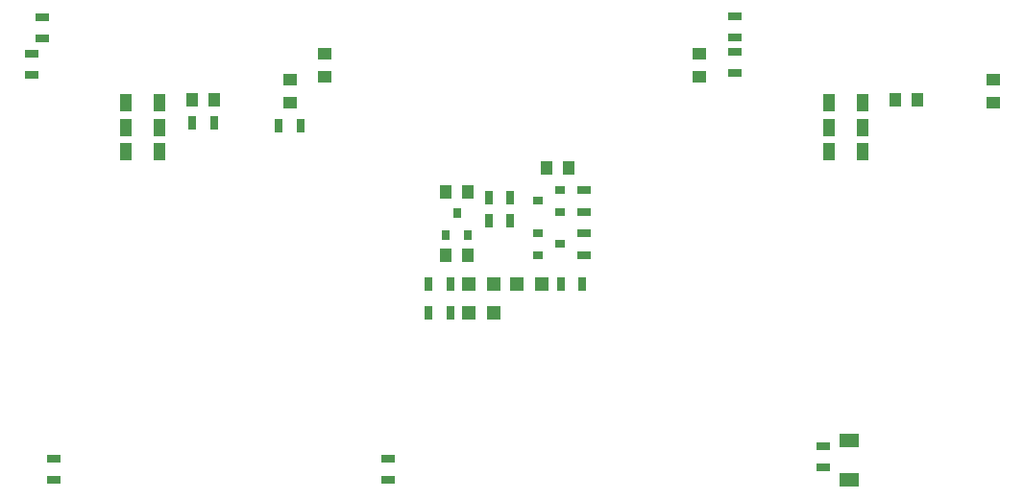
<source format=gbr>
G04 #@! TF.GenerationSoftware,KiCad,Pcbnew,5.1.5+dfsg1-2build2*
G04 #@! TF.CreationDate,2021-11-20T23:12:37+10:30*
G04 #@! TF.ProjectId,tda7293,74646137-3239-4332-9e6b-696361645f70,rev?*
G04 #@! TF.SameCoordinates,Original*
G04 #@! TF.FileFunction,Paste,Top*
G04 #@! TF.FilePolarity,Positive*
%FSLAX46Y46*%
G04 Gerber Fmt 4.6, Leading zero omitted, Abs format (unit mm)*
G04 Created by KiCad (PCBNEW 5.1.5+dfsg1-2build2) date 2021-11-20 23:12:37*
%MOMM*%
%LPD*%
G04 APERTURE LIST*
%ADD10R,0.700000X1.300000*%
%ADD11R,1.200000X1.200000*%
%ADD12R,1.000000X1.600000*%
%ADD13R,1.250000X1.000000*%
%ADD14R,1.000000X1.250000*%
%ADD15R,1.700000X1.300000*%
%ADD16R,0.900000X0.800000*%
%ADD17R,1.300000X0.700000*%
%ADD18R,0.800000X0.900000*%
G04 APERTURE END LIST*
D10*
X54422000Y-38608000D03*
X56322000Y-38608000D03*
X46802000Y-38354000D03*
X48702000Y-38354000D03*
X69530000Y-55118000D03*
X67630000Y-55118000D03*
D11*
X73320000Y-55118000D03*
X71120000Y-55118000D03*
D10*
X69530000Y-52578000D03*
X67630000Y-52578000D03*
X79248000Y-52578000D03*
X81148000Y-52578000D03*
D11*
X73354000Y-52578000D03*
X71154000Y-52578000D03*
X75410000Y-52578000D03*
X77610000Y-52578000D03*
D12*
X105894000Y-40894000D03*
X102894000Y-40894000D03*
X105894000Y-38735000D03*
X102894000Y-38735000D03*
X105894000Y-36576000D03*
X102894000Y-36576000D03*
X43918000Y-40894000D03*
X40918000Y-40894000D03*
X43918000Y-38735000D03*
X40918000Y-38735000D03*
X43918000Y-36576000D03*
X40918000Y-36576000D03*
D13*
X58420000Y-32274000D03*
X58420000Y-34274000D03*
X91440000Y-34274000D03*
X91440000Y-32274000D03*
D14*
X79994000Y-42291000D03*
X77994000Y-42291000D03*
X46752000Y-36322000D03*
X48752000Y-36322000D03*
X110728000Y-36322000D03*
X108728000Y-36322000D03*
X71104000Y-50054000D03*
X69104000Y-50054000D03*
X69104000Y-44466000D03*
X71104000Y-44466000D03*
D13*
X55372000Y-34560000D03*
X55372000Y-36560000D03*
X117348000Y-34560000D03*
X117348000Y-36560000D03*
D15*
X104648000Y-69822000D03*
X104648000Y-66322000D03*
D16*
X77232000Y-45228000D03*
X79232000Y-44278000D03*
X79232000Y-46178000D03*
X77232000Y-48088000D03*
X77232000Y-49988000D03*
X79232000Y-49038000D03*
D17*
X33528000Y-30922000D03*
X33528000Y-29022000D03*
X32639000Y-34097000D03*
X32639000Y-32197000D03*
X34544000Y-67945000D03*
X34544000Y-69845000D03*
X94615000Y-28895000D03*
X94615000Y-30795000D03*
X94615000Y-32070000D03*
X94615000Y-33970000D03*
D10*
X74798000Y-44974000D03*
X72898000Y-44974000D03*
D17*
X64008000Y-69845000D03*
X64008000Y-67945000D03*
X81280000Y-44278000D03*
X81280000Y-46178000D03*
X81280000Y-49988000D03*
X81280000Y-48088000D03*
D10*
X72898000Y-47006000D03*
X74798000Y-47006000D03*
D17*
X102362000Y-66868000D03*
X102362000Y-68768000D03*
D18*
X70104000Y-46260000D03*
X71054000Y-48260000D03*
X69154000Y-48260000D03*
M02*

</source>
